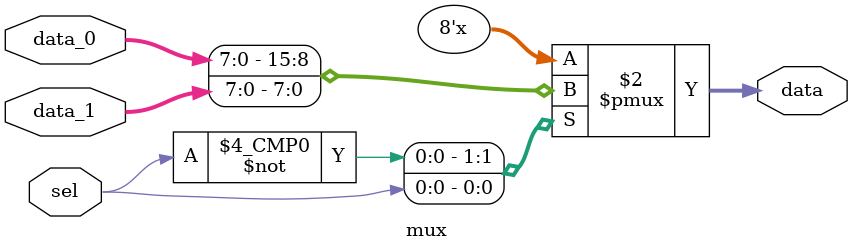
<source format=v>
module mux(
input [7:0] data_0,
input [7:0] data_1,
input sel, 
output reg[7:0] data
);

always @(*) begin 
	case (sel)
	   1'b0: begin 
	     data = data_0; 
	   end 
	   1'b1: begin 
	     data = data_1;
	   end
	endcase 
end 
endmodule 
</source>
